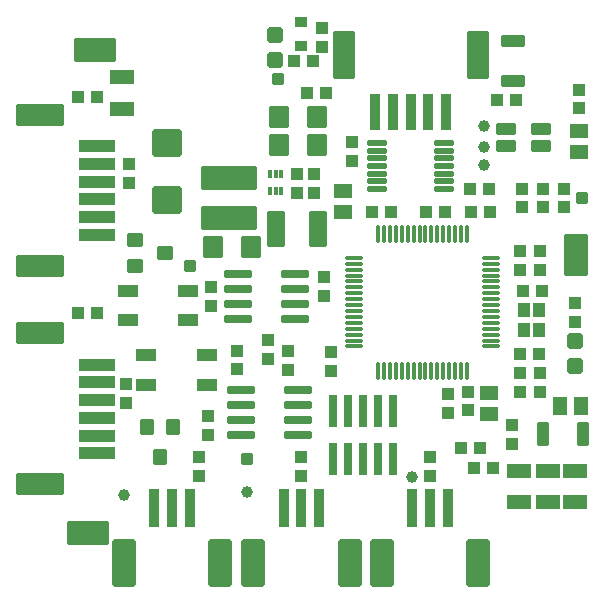
<source format=gtp>
G04*
G04 #@! TF.GenerationSoftware,Altium Limited,Altium Designer,20.1.14 (287)*
G04*
G04 Layer_Color=8421504*
%FSAX25Y25*%
%MOIN*%
G70*
G04*
G04 #@! TF.SameCoordinates,72DF8298-9B86-4F64-9D5A-0D244EFD1A00*
G04*
G04*
G04 #@! TF.FilePolarity,Positive*
G04*
G01*
G75*
G04:AMPARAMS|DCode=19|XSize=141.73mil|YSize=78.74mil|CornerRadius=5.91mil|HoleSize=0mil|Usage=FLASHONLY|Rotation=180.000|XOffset=0mil|YOffset=0mil|HoleType=Round|Shape=RoundedRectangle|*
%AMROUNDEDRECTD19*
21,1,0.14173,0.06693,0,0,180.0*
21,1,0.12992,0.07874,0,0,180.0*
1,1,0.01181,-0.06496,0.03347*
1,1,0.01181,0.06496,0.03347*
1,1,0.01181,0.06496,-0.03347*
1,1,0.01181,-0.06496,-0.03347*
%
%ADD19ROUNDEDRECTD19*%
G04:AMPARAMS|DCode=20|XSize=49.21mil|YSize=43.31mil|CornerRadius=3.25mil|HoleSize=0mil|Usage=FLASHONLY|Rotation=270.000|XOffset=0mil|YOffset=0mil|HoleType=Round|Shape=RoundedRectangle|*
%AMROUNDEDRECTD20*
21,1,0.04921,0.03681,0,0,270.0*
21,1,0.04272,0.04331,0,0,270.0*
1,1,0.00650,-0.01841,-0.02136*
1,1,0.00650,-0.01841,0.02136*
1,1,0.00650,0.01841,0.02136*
1,1,0.00650,0.01841,-0.02136*
%
%ADD20ROUNDEDRECTD20*%
G04:AMPARAMS|DCode=21|XSize=39.37mil|YSize=39.37mil|CornerRadius=3.94mil|HoleSize=0mil|Usage=FLASHONLY|Rotation=90.000|XOffset=0mil|YOffset=0mil|HoleType=Round|Shape=RoundedRectangle|*
%AMROUNDEDRECTD21*
21,1,0.03937,0.03150,0,0,90.0*
21,1,0.03150,0.03937,0,0,90.0*
1,1,0.00787,0.01575,0.01575*
1,1,0.00787,0.01575,-0.01575*
1,1,0.00787,-0.01575,-0.01575*
1,1,0.00787,-0.01575,0.01575*
%
%ADD21ROUNDEDRECTD21*%
G04:AMPARAMS|DCode=22|XSize=64.96mil|YSize=16.73mil|CornerRadius=2.09mil|HoleSize=0mil|Usage=FLASHONLY|Rotation=180.000|XOffset=0mil|YOffset=0mil|HoleType=Round|Shape=RoundedRectangle|*
%AMROUNDEDRECTD22*
21,1,0.06496,0.01255,0,0,180.0*
21,1,0.06078,0.01673,0,0,180.0*
1,1,0.00418,-0.03039,0.00628*
1,1,0.00418,0.03039,0.00628*
1,1,0.00418,0.03039,-0.00628*
1,1,0.00418,-0.03039,-0.00628*
%
%ADD22ROUNDEDRECTD22*%
G04:AMPARAMS|DCode=23|XSize=35.43mil|YSize=118.11mil|CornerRadius=2.66mil|HoleSize=0mil|Usage=FLASHONLY|Rotation=0.000|XOffset=0mil|YOffset=0mil|HoleType=Round|Shape=RoundedRectangle|*
%AMROUNDEDRECTD23*
21,1,0.03543,0.11280,0,0,0.0*
21,1,0.03012,0.11811,0,0,0.0*
1,1,0.00532,0.01506,-0.05640*
1,1,0.00532,-0.01506,-0.05640*
1,1,0.00532,-0.01506,0.05640*
1,1,0.00532,0.01506,0.05640*
%
%ADD23ROUNDEDRECTD23*%
G04:AMPARAMS|DCode=24|XSize=74.8mil|YSize=157.48mil|CornerRadius=5.61mil|HoleSize=0mil|Usage=FLASHONLY|Rotation=0.000|XOffset=0mil|YOffset=0mil|HoleType=Round|Shape=RoundedRectangle|*
%AMROUNDEDRECTD24*
21,1,0.07480,0.14626,0,0,0.0*
21,1,0.06358,0.15748,0,0,0.0*
1,1,0.01122,0.03179,-0.07313*
1,1,0.01122,-0.03179,-0.07313*
1,1,0.01122,-0.03179,0.07313*
1,1,0.01122,0.03179,0.07313*
%
%ADD24ROUNDEDRECTD24*%
G04:AMPARAMS|DCode=25|XSize=68.9mil|YSize=39.37mil|CornerRadius=3.94mil|HoleSize=0mil|Usage=FLASHONLY|Rotation=180.000|XOffset=0mil|YOffset=0mil|HoleType=Round|Shape=RoundedRectangle|*
%AMROUNDEDRECTD25*
21,1,0.06890,0.03150,0,0,180.0*
21,1,0.06102,0.03937,0,0,180.0*
1,1,0.00787,-0.03051,0.01575*
1,1,0.00787,0.03051,0.01575*
1,1,0.00787,0.03051,-0.01575*
1,1,0.00787,-0.03051,-0.01575*
%
%ADD25ROUNDEDRECTD25*%
G04:AMPARAMS|DCode=26|XSize=43.31mil|YSize=39.37mil|CornerRadius=3.94mil|HoleSize=0mil|Usage=FLASHONLY|Rotation=180.000|XOffset=0mil|YOffset=0mil|HoleType=Round|Shape=RoundedRectangle|*
%AMROUNDEDRECTD26*
21,1,0.04331,0.03150,0,0,180.0*
21,1,0.03543,0.03937,0,0,180.0*
1,1,0.00787,-0.01772,0.01575*
1,1,0.00787,0.01772,0.01575*
1,1,0.00787,0.01772,-0.01575*
1,1,0.00787,-0.01772,-0.01575*
%
%ADD26ROUNDEDRECTD26*%
G04:AMPARAMS|DCode=27|XSize=33.47mil|YSize=42.91mil|CornerRadius=2.51mil|HoleSize=0mil|Usage=FLASHONLY|Rotation=270.000|XOffset=0mil|YOffset=0mil|HoleType=Round|Shape=RoundedRectangle|*
%AMROUNDEDRECTD27*
21,1,0.03347,0.03789,0,0,270.0*
21,1,0.02845,0.04291,0,0,270.0*
1,1,0.00502,-0.01895,-0.01422*
1,1,0.00502,-0.01895,0.01422*
1,1,0.00502,0.01895,0.01422*
1,1,0.00502,0.01895,-0.01422*
%
%ADD27ROUNDEDRECTD27*%
G04:AMPARAMS|DCode=28|XSize=74.8mil|YSize=157.48mil|CornerRadius=5.61mil|HoleSize=0mil|Usage=FLASHONLY|Rotation=90.000|XOffset=0mil|YOffset=0mil|HoleType=Round|Shape=RoundedRectangle|*
%AMROUNDEDRECTD28*
21,1,0.07480,0.14626,0,0,90.0*
21,1,0.06358,0.15748,0,0,90.0*
1,1,0.01122,0.07313,0.03179*
1,1,0.01122,0.07313,-0.03179*
1,1,0.01122,-0.07313,-0.03179*
1,1,0.01122,-0.07313,0.03179*
%
%ADD28ROUNDEDRECTD28*%
G04:AMPARAMS|DCode=29|XSize=39.37mil|YSize=122.05mil|CornerRadius=2.95mil|HoleSize=0mil|Usage=FLASHONLY|Rotation=90.000|XOffset=0mil|YOffset=0mil|HoleType=Round|Shape=RoundedRectangle|*
%AMROUNDEDRECTD29*
21,1,0.03937,0.11614,0,0,90.0*
21,1,0.03347,0.12205,0,0,90.0*
1,1,0.00591,0.05807,0.01673*
1,1,0.00591,0.05807,-0.01673*
1,1,0.00591,-0.05807,-0.01673*
1,1,0.00591,-0.05807,0.01673*
%
%ADD29ROUNDEDRECTD29*%
%ADD30C,0.03937*%
G04:AMPARAMS|DCode=31|XSize=43.31mil|YSize=39.37mil|CornerRadius=2.95mil|HoleSize=0mil|Usage=FLASHONLY|Rotation=180.000|XOffset=0mil|YOffset=0mil|HoleType=Round|Shape=RoundedRectangle|*
%AMROUNDEDRECTD31*
21,1,0.04331,0.03347,0,0,180.0*
21,1,0.03740,0.03937,0,0,180.0*
1,1,0.00591,-0.01870,0.01673*
1,1,0.00591,0.01870,0.01673*
1,1,0.00591,0.01870,-0.01673*
1,1,0.00591,-0.01870,-0.01673*
%
%ADD31ROUNDEDRECTD31*%
G04:AMPARAMS|DCode=32|XSize=43.31mil|YSize=39.37mil|CornerRadius=2.95mil|HoleSize=0mil|Usage=FLASHONLY|Rotation=90.000|XOffset=0mil|YOffset=0mil|HoleType=Round|Shape=RoundedRectangle|*
%AMROUNDEDRECTD32*
21,1,0.04331,0.03347,0,0,90.0*
21,1,0.03740,0.03937,0,0,90.0*
1,1,0.00591,0.01673,0.01870*
1,1,0.00591,0.01673,-0.01870*
1,1,0.00591,-0.01673,-0.01870*
1,1,0.00591,-0.01673,0.01870*
%
%ADD32ROUNDEDRECTD32*%
G04:AMPARAMS|DCode=33|XSize=80.71mil|YSize=185.04mil|CornerRadius=6.05mil|HoleSize=0mil|Usage=FLASHONLY|Rotation=270.000|XOffset=0mil|YOffset=0mil|HoleType=Round|Shape=RoundedRectangle|*
%AMROUNDEDRECTD33*
21,1,0.08071,0.17293,0,0,270.0*
21,1,0.06860,0.18504,0,0,270.0*
1,1,0.01211,-0.08647,-0.03430*
1,1,0.01211,-0.08647,0.03430*
1,1,0.01211,0.08647,0.03430*
1,1,0.01211,0.08647,-0.03430*
%
%ADD33ROUNDEDRECTD33*%
G04:AMPARAMS|DCode=34|XSize=62.99mil|YSize=118.11mil|CornerRadius=4.72mil|HoleSize=0mil|Usage=FLASHONLY|Rotation=180.000|XOffset=0mil|YOffset=0mil|HoleType=Round|Shape=RoundedRectangle|*
%AMROUNDEDRECTD34*
21,1,0.06299,0.10866,0,0,180.0*
21,1,0.05354,0.11811,0,0,180.0*
1,1,0.00945,-0.02677,0.05433*
1,1,0.00945,0.02677,0.05433*
1,1,0.00945,0.02677,-0.05433*
1,1,0.00945,-0.02677,-0.05433*
%
%ADD34ROUNDEDRECTD34*%
G04:AMPARAMS|DCode=35|XSize=43.31mil|YSize=39.37mil|CornerRadius=3.94mil|HoleSize=0mil|Usage=FLASHONLY|Rotation=270.000|XOffset=0mil|YOffset=0mil|HoleType=Round|Shape=RoundedRectangle|*
%AMROUNDEDRECTD35*
21,1,0.04331,0.03150,0,0,270.0*
21,1,0.03543,0.03937,0,0,270.0*
1,1,0.00787,-0.01575,-0.01772*
1,1,0.00787,-0.01575,0.01772*
1,1,0.00787,0.01575,0.01772*
1,1,0.00787,0.01575,-0.01772*
%
%ADD35ROUNDEDRECTD35*%
G04:AMPARAMS|DCode=36|XSize=74.8mil|YSize=68.9mil|CornerRadius=6.89mil|HoleSize=0mil|Usage=FLASHONLY|Rotation=270.000|XOffset=0mil|YOffset=0mil|HoleType=Round|Shape=RoundedRectangle|*
%AMROUNDEDRECTD36*
21,1,0.07480,0.05512,0,0,270.0*
21,1,0.06102,0.06890,0,0,270.0*
1,1,0.01378,-0.02756,-0.03051*
1,1,0.01378,-0.02756,0.03051*
1,1,0.01378,0.02756,0.03051*
1,1,0.01378,0.02756,-0.03051*
%
%ADD36ROUNDEDRECTD36*%
G04:AMPARAMS|DCode=37|XSize=78.74mil|YSize=157.48mil|CornerRadius=7.87mil|HoleSize=0mil|Usage=FLASHONLY|Rotation=0.000|XOffset=0mil|YOffset=0mil|HoleType=Round|Shape=RoundedRectangle|*
%AMROUNDEDRECTD37*
21,1,0.07874,0.14173,0,0,0.0*
21,1,0.06299,0.15748,0,0,0.0*
1,1,0.01575,0.03150,-0.07087*
1,1,0.01575,-0.03150,-0.07087*
1,1,0.01575,-0.03150,0.07087*
1,1,0.01575,0.03150,0.07087*
%
%ADD37ROUNDEDRECTD37*%
G04:AMPARAMS|DCode=38|XSize=35.43mil|YSize=125.98mil|CornerRadius=3.54mil|HoleSize=0mil|Usage=FLASHONLY|Rotation=0.000|XOffset=0mil|YOffset=0mil|HoleType=Round|Shape=RoundedRectangle|*
%AMROUNDEDRECTD38*
21,1,0.03543,0.11890,0,0,0.0*
21,1,0.02835,0.12598,0,0,0.0*
1,1,0.00709,0.01417,-0.05945*
1,1,0.00709,-0.01417,-0.05945*
1,1,0.00709,-0.01417,0.05945*
1,1,0.00709,0.01417,0.05945*
%
%ADD38ROUNDEDRECTD38*%
G04:AMPARAMS|DCode=39|XSize=90.55mil|YSize=98.43mil|CornerRadius=6.79mil|HoleSize=0mil|Usage=FLASHONLY|Rotation=270.000|XOffset=0mil|YOffset=0mil|HoleType=Round|Shape=RoundedRectangle|*
%AMROUNDEDRECTD39*
21,1,0.09055,0.08484,0,0,270.0*
21,1,0.07697,0.09843,0,0,270.0*
1,1,0.01358,-0.04242,-0.03848*
1,1,0.01358,-0.04242,0.03848*
1,1,0.01358,0.04242,0.03848*
1,1,0.01358,0.04242,-0.03848*
%
%ADD39ROUNDEDRECTD39*%
G04:AMPARAMS|DCode=40|XSize=49.21mil|YSize=62.99mil|CornerRadius=4.92mil|HoleSize=0mil|Usage=FLASHONLY|Rotation=90.000|XOffset=0mil|YOffset=0mil|HoleType=Round|Shape=RoundedRectangle|*
%AMROUNDEDRECTD40*
21,1,0.04921,0.05315,0,0,90.0*
21,1,0.03937,0.06299,0,0,90.0*
1,1,0.00984,0.02657,0.01968*
1,1,0.00984,0.02657,-0.01968*
1,1,0.00984,-0.02657,-0.01968*
1,1,0.00984,-0.02657,0.01968*
%
%ADD40ROUNDEDRECTD40*%
G04:AMPARAMS|DCode=41|XSize=49.21mil|YSize=62.99mil|CornerRadius=4.92mil|HoleSize=0mil|Usage=FLASHONLY|Rotation=180.000|XOffset=0mil|YOffset=0mil|HoleType=Round|Shape=RoundedRectangle|*
%AMROUNDEDRECTD41*
21,1,0.04921,0.05315,0,0,180.0*
21,1,0.03937,0.06299,0,0,180.0*
1,1,0.00984,-0.01968,0.02657*
1,1,0.00984,0.01968,0.02657*
1,1,0.00984,0.01968,-0.02657*
1,1,0.00984,-0.01968,-0.02657*
%
%ADD41ROUNDEDRECTD41*%
G04:AMPARAMS|DCode=42|XSize=51.18mil|YSize=51.18mil|CornerRadius=5.12mil|HoleSize=0mil|Usage=FLASHONLY|Rotation=90.000|XOffset=0mil|YOffset=0mil|HoleType=Round|Shape=RoundedRectangle|*
%AMROUNDEDRECTD42*
21,1,0.05118,0.04095,0,0,90.0*
21,1,0.04095,0.05118,0,0,90.0*
1,1,0.01024,0.02047,0.02047*
1,1,0.01024,0.02047,-0.02047*
1,1,0.01024,-0.02047,-0.02047*
1,1,0.01024,-0.02047,0.02047*
%
%ADD42ROUNDEDRECTD42*%
%ADD43O,0.01181X0.06299*%
%ADD44O,0.06299X0.01181*%
G04:AMPARAMS|DCode=45|XSize=24.61mil|YSize=93.5mil|CornerRadius=2.46mil|HoleSize=0mil|Usage=FLASHONLY|Rotation=270.000|XOffset=0mil|YOffset=0mil|HoleType=Round|Shape=RoundedRectangle|*
%AMROUNDEDRECTD45*
21,1,0.02461,0.08858,0,0,270.0*
21,1,0.01968,0.09350,0,0,270.0*
1,1,0.00492,-0.04429,-0.00984*
1,1,0.00492,-0.04429,0.00984*
1,1,0.00492,0.04429,0.00984*
1,1,0.00492,0.04429,-0.00984*
%
%ADD45ROUNDEDRECTD45*%
G04:AMPARAMS|DCode=46|XSize=39.37mil|YSize=78.74mil|CornerRadius=2.95mil|HoleSize=0mil|Usage=FLASHONLY|Rotation=270.000|XOffset=0mil|YOffset=0mil|HoleType=Round|Shape=RoundedRectangle|*
%AMROUNDEDRECTD46*
21,1,0.03937,0.07284,0,0,270.0*
21,1,0.03347,0.07874,0,0,270.0*
1,1,0.00591,-0.03642,-0.01673*
1,1,0.00591,-0.03642,0.01673*
1,1,0.00591,0.03642,0.01673*
1,1,0.00591,0.03642,-0.01673*
%
%ADD46ROUNDEDRECTD46*%
G04:AMPARAMS|DCode=47|XSize=39.37mil|YSize=78.74mil|CornerRadius=2.95mil|HoleSize=0mil|Usage=FLASHONLY|Rotation=180.000|XOffset=0mil|YOffset=0mil|HoleType=Round|Shape=RoundedRectangle|*
%AMROUNDEDRECTD47*
21,1,0.03937,0.07284,0,0,180.0*
21,1,0.03347,0.07874,0,0,180.0*
1,1,0.00591,-0.01673,0.03642*
1,1,0.00591,0.01673,0.03642*
1,1,0.00591,0.01673,-0.03642*
1,1,0.00591,-0.01673,-0.03642*
%
%ADD47ROUNDEDRECTD47*%
G04:AMPARAMS|DCode=48|XSize=47.24mil|YSize=55.12mil|CornerRadius=4.72mil|HoleSize=0mil|Usage=FLASHONLY|Rotation=90.000|XOffset=0mil|YOffset=0mil|HoleType=Round|Shape=RoundedRectangle|*
%AMROUNDEDRECTD48*
21,1,0.04724,0.04567,0,0,90.0*
21,1,0.03780,0.05512,0,0,90.0*
1,1,0.00945,0.02284,0.01890*
1,1,0.00945,0.02284,-0.01890*
1,1,0.00945,-0.02284,-0.01890*
1,1,0.00945,-0.02284,0.01890*
%
%ADD48ROUNDEDRECTD48*%
G04:AMPARAMS|DCode=49|XSize=47.24mil|YSize=55.12mil|CornerRadius=4.72mil|HoleSize=0mil|Usage=FLASHONLY|Rotation=0.000|XOffset=0mil|YOffset=0mil|HoleType=Round|Shape=RoundedRectangle|*
%AMROUNDEDRECTD49*
21,1,0.04724,0.04567,0,0,0.0*
21,1,0.03780,0.05512,0,0,0.0*
1,1,0.00945,0.01890,-0.02284*
1,1,0.00945,-0.01890,-0.02284*
1,1,0.00945,-0.01890,0.02284*
1,1,0.00945,0.01890,0.02284*
%
%ADD49ROUNDEDRECTD49*%
G04:AMPARAMS|DCode=50|XSize=141.73mil|YSize=78.74mil|CornerRadius=5.91mil|HoleSize=0mil|Usage=FLASHONLY|Rotation=270.000|XOffset=0mil|YOffset=0mil|HoleType=Round|Shape=RoundedRectangle|*
%AMROUNDEDRECTD50*
21,1,0.14173,0.06693,0,0,270.0*
21,1,0.12992,0.07874,0,0,270.0*
1,1,0.01181,-0.03347,-0.06496*
1,1,0.01181,-0.03347,0.06496*
1,1,0.01181,0.03347,0.06496*
1,1,0.01181,0.03347,-0.06496*
%
%ADD50ROUNDEDRECTD50*%
%ADD51R,0.08000X0.04500*%
G04:AMPARAMS|DCode=52|XSize=39.37mil|YSize=66.93mil|CornerRadius=3.94mil|HoleSize=0mil|Usage=FLASHONLY|Rotation=90.000|XOffset=0mil|YOffset=0mil|HoleType=Round|Shape=RoundedRectangle|*
%AMROUNDEDRECTD52*
21,1,0.03937,0.05906,0,0,90.0*
21,1,0.03150,0.06693,0,0,90.0*
1,1,0.00787,0.02953,0.01575*
1,1,0.00787,0.02953,-0.01575*
1,1,0.00787,-0.02953,-0.01575*
1,1,0.00787,-0.02953,0.01575*
%
%ADD52ROUNDEDRECTD52*%
%ADD53R,0.02900X0.11000*%
%ADD54R,0.01221X0.02598*%
D19*
X0017300Y0012300D02*
D03*
X0019850Y0173128D02*
D03*
D20*
X0162656Y0079781D02*
D03*
Y0086474D02*
D03*
X0167774Y0079781D02*
D03*
Y0086474D02*
D03*
D21*
X0080700Y0163400D02*
D03*
X0182050Y0123928D02*
D03*
X0051350Y0101328D02*
D03*
X0070450Y0036928D02*
D03*
D22*
X0113651Y0126850D02*
D03*
Y0129410D02*
D03*
Y0131969D02*
D03*
Y0134528D02*
D03*
Y0137087D02*
D03*
Y0139646D02*
D03*
Y0142205D02*
D03*
X0136249D02*
D03*
Y0139646D02*
D03*
Y0137087D02*
D03*
Y0134528D02*
D03*
Y0131969D02*
D03*
Y0129410D02*
D03*
Y0126850D02*
D03*
D23*
X0130861Y0152528D02*
D03*
X0113145D02*
D03*
X0119050D02*
D03*
X0136767D02*
D03*
X0124955D02*
D03*
D24*
X0102810Y0171503D02*
D03*
X0147298D02*
D03*
D25*
X0050689Y0092949D02*
D03*
X0030611D02*
D03*
Y0083106D02*
D03*
X0050689D02*
D03*
X0056989Y0071549D02*
D03*
X0036911D02*
D03*
Y0061706D02*
D03*
X0056989D02*
D03*
D26*
X0095550Y0180677D02*
D03*
Y0174378D02*
D03*
X0143950Y0059377D02*
D03*
Y0053078D02*
D03*
X0161450Y0065531D02*
D03*
Y0059232D02*
D03*
X0098450Y0072677D02*
D03*
Y0066378D02*
D03*
X0167950Y0065531D02*
D03*
Y0059232D02*
D03*
X0131450Y0031278D02*
D03*
Y0037577D02*
D03*
X0088450Y0031278D02*
D03*
Y0037577D02*
D03*
X0054350Y0031278D02*
D03*
Y0037577D02*
D03*
X0030950Y0135277D02*
D03*
Y0128978D02*
D03*
X0105450Y0136210D02*
D03*
Y0142509D02*
D03*
X0161450Y0100032D02*
D03*
Y0106331D02*
D03*
X0167950Y0100032D02*
D03*
Y0106331D02*
D03*
X0030050Y0061977D02*
D03*
Y0055678D02*
D03*
X0084250Y0072877D02*
D03*
Y0066578D02*
D03*
X0095950Y0097595D02*
D03*
Y0091296D02*
D03*
D27*
X0088400Y0182457D02*
D03*
Y0174543D02*
D03*
D28*
X0001474Y0101282D02*
D03*
Y0151676D02*
D03*
Y0028476D02*
D03*
Y0078870D02*
D03*
D29*
X0020450Y0123428D02*
D03*
Y0135239D02*
D03*
Y0117522D02*
D03*
Y0111617D02*
D03*
Y0129333D02*
D03*
Y0141144D02*
D03*
Y0050622D02*
D03*
Y0062433D02*
D03*
Y0044717D02*
D03*
Y0038811D02*
D03*
Y0056528D02*
D03*
Y0068339D02*
D03*
D30*
X0149450Y0135028D02*
D03*
X0029350Y0024828D02*
D03*
X0149450Y0140928D02*
D03*
X0125450Y0030728D02*
D03*
X0070550Y0025928D02*
D03*
X0149450Y0147928D02*
D03*
D31*
X0077350Y0076628D02*
D03*
Y0070328D02*
D03*
X0057550Y0044928D02*
D03*
Y0051228D02*
D03*
X0158850Y0041978D02*
D03*
Y0048277D02*
D03*
X0161950Y0120728D02*
D03*
Y0127028D02*
D03*
X0180950Y0153728D02*
D03*
Y0160028D02*
D03*
X0175950Y0127028D02*
D03*
Y0120728D02*
D03*
X0168950D02*
D03*
Y0127028D02*
D03*
X0092876Y0131928D02*
D03*
Y0125628D02*
D03*
X0087250D02*
D03*
Y0131928D02*
D03*
X0179750Y0088827D02*
D03*
Y0082528D02*
D03*
X0137350Y0052128D02*
D03*
Y0058428D02*
D03*
X0058450Y0087828D02*
D03*
Y0094128D02*
D03*
X0067150Y0066728D02*
D03*
Y0073028D02*
D03*
D32*
X0159950Y0156528D02*
D03*
X0153651D02*
D03*
X0136450Y0119228D02*
D03*
X0130151D02*
D03*
X0086051Y0169428D02*
D03*
X0092350D02*
D03*
X0096749Y0158828D02*
D03*
X0090450D02*
D03*
X0147950Y0040628D02*
D03*
X0141651D02*
D03*
X0152350Y0033728D02*
D03*
X0146051D02*
D03*
D33*
X0064550Y0130720D02*
D03*
Y0117335D02*
D03*
D34*
X0094137Y0113428D02*
D03*
X0079963D02*
D03*
D35*
X0112100Y0119228D02*
D03*
X0118400D02*
D03*
X0145100D02*
D03*
X0151400D02*
D03*
X0020500Y0157528D02*
D03*
X0014200D02*
D03*
X0144800Y0127028D02*
D03*
X0151100D02*
D03*
X0020500Y0085628D02*
D03*
X0014200D02*
D03*
X0168900Y0092928D02*
D03*
X0162600D02*
D03*
X0161500Y0071828D02*
D03*
X0167800D02*
D03*
D36*
X0093802Y0141628D02*
D03*
X0081204D02*
D03*
X0059051Y0107478D02*
D03*
X0071649D02*
D03*
X0081204Y0150928D02*
D03*
X0093802D02*
D03*
D37*
X0029308Y0002158D02*
D03*
X0061592D02*
D03*
X0104663D02*
D03*
X0072379D02*
D03*
X0147592D02*
D03*
X0115308D02*
D03*
D38*
X0051355Y0020662D02*
D03*
X0045450D02*
D03*
X0039544D02*
D03*
X0082615D02*
D03*
X0088521D02*
D03*
X0094426D02*
D03*
X0125545D02*
D03*
X0131450D02*
D03*
X0137355D02*
D03*
D39*
X0043750Y0142373D02*
D03*
Y0123082D02*
D03*
D40*
X0181062Y0146251D02*
D03*
Y0139204D02*
D03*
X0151250Y0059051D02*
D03*
Y0052004D02*
D03*
X0102450Y0119323D02*
D03*
Y0126370D02*
D03*
D41*
X0174826Y0054628D02*
D03*
X0181874D02*
D03*
D42*
X0179750Y0067794D02*
D03*
Y0076061D02*
D03*
X0079750Y0178162D02*
D03*
Y0169894D02*
D03*
D43*
X0143714Y0066347D02*
D03*
X0141745D02*
D03*
X0139777D02*
D03*
X0137808D02*
D03*
X0135840D02*
D03*
X0133871D02*
D03*
X0131903D02*
D03*
X0129934D02*
D03*
X0127966D02*
D03*
X0125997D02*
D03*
X0124029D02*
D03*
X0122060D02*
D03*
X0120092D02*
D03*
X0118123D02*
D03*
X0116155D02*
D03*
X0114186D02*
D03*
Y0112016D02*
D03*
X0116155D02*
D03*
X0118123D02*
D03*
X0120092D02*
D03*
X0122060D02*
D03*
X0124029D02*
D03*
X0125997D02*
D03*
X0127966D02*
D03*
X0129934D02*
D03*
X0131903D02*
D03*
X0133871D02*
D03*
X0135840D02*
D03*
X0137808D02*
D03*
X0139777D02*
D03*
X0141745D02*
D03*
X0143714D02*
D03*
D44*
X0106115Y0074417D02*
D03*
Y0076386D02*
D03*
Y0078354D02*
D03*
Y0080323D02*
D03*
Y0082291D02*
D03*
Y0084260D02*
D03*
Y0086228D02*
D03*
Y0088197D02*
D03*
Y0090165D02*
D03*
Y0092134D02*
D03*
Y0094102D02*
D03*
Y0096071D02*
D03*
Y0098039D02*
D03*
Y0100008D02*
D03*
Y0101976D02*
D03*
Y0103945D02*
D03*
X0151785D02*
D03*
Y0101976D02*
D03*
Y0100008D02*
D03*
Y0098039D02*
D03*
Y0096071D02*
D03*
Y0094102D02*
D03*
Y0092134D02*
D03*
Y0090165D02*
D03*
Y0088197D02*
D03*
Y0086228D02*
D03*
Y0084260D02*
D03*
Y0082291D02*
D03*
Y0080323D02*
D03*
Y0078354D02*
D03*
Y0076386D02*
D03*
Y0074417D02*
D03*
D45*
X0086436Y0083528D02*
D03*
Y0088528D02*
D03*
Y0093528D02*
D03*
Y0098528D02*
D03*
X0067538Y0083528D02*
D03*
Y0088528D02*
D03*
Y0093528D02*
D03*
Y0098528D02*
D03*
X0087399Y0044928D02*
D03*
Y0049928D02*
D03*
Y0054928D02*
D03*
Y0059928D02*
D03*
X0068501Y0044928D02*
D03*
Y0049928D02*
D03*
Y0054928D02*
D03*
Y0059928D02*
D03*
D46*
X0158950Y0176221D02*
D03*
Y0162835D02*
D03*
D47*
X0182343Y0045128D02*
D03*
X0168957D02*
D03*
D48*
X0043268Y0105428D02*
D03*
X0033032Y0101097D02*
D03*
Y0109758D02*
D03*
D49*
X0041511Y0037409D02*
D03*
X0037180Y0047646D02*
D03*
X0045841D02*
D03*
D50*
X0180178Y0105028D02*
D03*
D51*
X0028650Y0164078D02*
D03*
Y0153578D02*
D03*
X0161250Y0022478D02*
D03*
Y0032978D02*
D03*
X0170650Y0022478D02*
D03*
Y0032978D02*
D03*
X0179850Y0022478D02*
D03*
Y0032978D02*
D03*
D52*
X0168456Y0146980D02*
D03*
Y0141075D02*
D03*
X0156644D02*
D03*
Y0146980D02*
D03*
D53*
X0118950Y0053028D02*
D03*
Y0037028D02*
D03*
X0113950Y0053028D02*
D03*
Y0037028D02*
D03*
X0108950Y0053028D02*
D03*
Y0037028D02*
D03*
X0103950Y0053028D02*
D03*
Y0037028D02*
D03*
X0098950Y0053028D02*
D03*
Y0037028D02*
D03*
D54*
X0081919Y0131921D02*
D03*
X0079950D02*
D03*
X0077982D02*
D03*
Y0126134D02*
D03*
X0079950D02*
D03*
X0081919D02*
D03*
M02*

</source>
